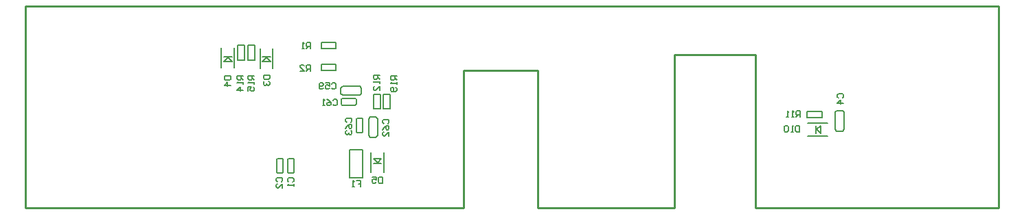
<source format=gbo>
%FSLAX25Y25*%
%MOIN*%
G70*
G01*
G75*
G04 Layer_Color=32896*
%ADD10R,0.03150X0.05906*%
%ADD11R,0.07087X0.07874*%
%ADD12R,0.07087X0.03937*%
%ADD13R,0.02362X0.02362*%
%ADD14R,0.01654X0.05315*%
%ADD15R,0.05512X0.07480*%
%ADD16R,0.01200X0.01800*%
%ADD17R,0.02756X0.03347*%
%ADD18R,0.10236X0.10236*%
%ADD19R,0.01200X0.03400*%
%ADD20R,0.03400X0.01200*%
%ADD21O,0.02362X0.08661*%
%ADD22C,0.08000*%
%ADD23C,0.01500*%
%ADD24C,0.02000*%
%ADD25C,0.01000*%
%ADD26C,0.01200*%
%ADD27C,0.00800*%
%ADD28C,0.04000*%
%ADD29C,0.05000*%
%ADD30R,0.07218X0.03143*%
%ADD31R,0.03500X0.16700*%
%ADD32R,0.14100X0.03143*%
%ADD33R,0.13100X0.05000*%
%ADD34R,0.03800X0.29600*%
%ADD35R,0.05600X0.30100*%
%ADD36R,0.26100X0.04400*%
%ADD37R,0.18600X0.15300*%
%ADD38C,0.19685*%
%ADD39C,0.08661*%
%ADD40C,0.03228*%
%ADD41C,0.03000*%
%ADD42C,0.02000*%
%ADD43C,0.04000*%
%ADD44R,0.05315X0.02559*%
%ADD45R,0.02362X0.02362*%
%ADD46R,0.03347X0.02756*%
%ADD47R,0.05118X0.03937*%
%ADD48R,0.02559X0.05315*%
%ADD49C,0.03000*%
%ADD50R,0.12464X0.03143*%
%ADD51R,0.13939X0.02900*%
%ADD52R,0.02800X0.15100*%
%ADD53C,0.00600*%
%ADD54C,0.02362*%
%ADD55C,0.00984*%
%ADD56C,0.01969*%
%ADD57C,0.00500*%
%ADD58C,0.00787*%
%ADD59R,0.03950X0.06706*%
%ADD60R,0.07887X0.08674*%
%ADD61R,0.07887X0.04737*%
%ADD62R,0.03162X0.03162*%
%ADD63R,0.02454X0.06115*%
%ADD64R,0.06312X0.08280*%
%ADD65R,0.02000X0.02600*%
%ADD66R,0.03556X0.04147*%
%ADD67R,0.11236X0.11236*%
%ADD68R,0.02200X0.04400*%
%ADD69R,0.04400X0.02200*%
%ADD70O,0.03162X0.09461*%
%ADD71C,0.20485*%
%ADD72C,0.09461*%
%ADD73C,0.04028*%
%ADD74C,0.03800*%
%ADD75R,0.06115X0.03359*%
%ADD76R,0.03162X0.03162*%
%ADD77R,0.04147X0.03556*%
%ADD78R,0.05918X0.04737*%
%ADD79R,0.03359X0.06115*%
D25*
X354331Y-98425D02*
X472441D01*
X248700D02*
X314900D01*
X0D02*
Y0D01*
X472441D01*
X0Y-98425D02*
X212598D01*
X472441D02*
Y0D01*
X212598Y-98425D02*
Y-31496D01*
X212500D02*
X248700D01*
Y-98425D02*
Y-31496D01*
X354331Y-98425D02*
Y-23622D01*
X314900D02*
X354331D01*
X314900Y-98425D02*
Y-23622D01*
D57*
X120150Y-30400D02*
Y-20700D01*
X115000Y-24800D02*
X118937D01*
X115000Y-27162D02*
X118937D01*
X116969Y-25194D02*
X118937Y-27162D01*
X115000D02*
X116969Y-25194D01*
X113850Y-30400D02*
Y-20700D01*
X101450Y-30200D02*
Y-20500D01*
X96300Y-24600D02*
X100237D01*
X96300Y-26962D02*
X100237D01*
X98269Y-24994D02*
X100237Y-26962D01*
X96300D02*
X98269Y-24994D01*
X95150Y-30200D02*
Y-20500D01*
X106275Y-26248D02*
Y-19161D01*
X103125Y-26248D02*
Y-19161D01*
X106275D01*
X103125Y-26248D02*
X106275D01*
X111275D02*
Y-19161D01*
X108125Y-26248D02*
Y-19161D01*
X111275D01*
X108125Y-26248D02*
X111275D01*
X143710Y-20879D02*
X150797D01*
X143710Y-17729D02*
X150797D01*
Y-20879D02*
Y-17729D01*
X143710Y-20879D02*
Y-17729D01*
X143542Y-31454D02*
X150628D01*
X143542Y-28304D02*
X150628D01*
Y-31454D02*
Y-28304D01*
X143542Y-31454D02*
Y-28304D01*
X153913Y-39235D02*
X162181D01*
X162969Y-42778D02*
Y-40022D01*
X153126Y-42778D02*
Y-40022D01*
X153913Y-43565D02*
X162181D01*
X153126Y-42778D02*
X153913Y-43565D01*
X153126Y-40022D02*
X153913Y-39235D01*
X162181D02*
X162969Y-40022D01*
X162181Y-43565D02*
X162969Y-42778D01*
X153425Y-47881D02*
X153819Y-48275D01*
X153425Y-47881D02*
X153425D01*
Y-45519D02*
X153819Y-45125D01*
X153425Y-45519D02*
X153425D01*
X160118Y-48275D02*
X160512Y-47881D01*
X160512D01*
X160118Y-45125D02*
X160512Y-45519D01*
Y-45519D02*
Y-45519D01*
X153819Y-45125D02*
X160118D01*
X153425Y-47881D02*
Y-45519D01*
X153819Y-48275D02*
X160118D01*
X160512Y-47881D02*
Y-45519D01*
X153819Y-48275D02*
Y-48275D01*
X172175Y-50012D02*
Y-42925D01*
X169025Y-50012D02*
Y-42925D01*
X172175D01*
X169025Y-50012D02*
X172175D01*
X176975Y-50112D02*
Y-43025D01*
X173825Y-50112D02*
Y-43025D01*
X176975D01*
X173825Y-50112D02*
X176975D01*
X163281Y-61712D02*
X163675Y-61318D01*
X163281Y-61712D02*
Y-61712D01*
X160525Y-61318D02*
X160919Y-61712D01*
Y-61712D02*
Y-61712D01*
X163281Y-54625D02*
X163675Y-55019D01*
X163281Y-54625D02*
Y-54625D01*
X160525Y-55019D02*
X160919Y-54625D01*
X160919D01*
X160525Y-61318D02*
Y-55019D01*
X160919Y-61712D02*
X163281D01*
X163675Y-61318D02*
Y-55019D01*
X160919Y-54625D02*
X163281D01*
X163675Y-61318D02*
X163675D01*
X170865Y-63187D02*
Y-54919D01*
X167322Y-63974D02*
X170078D01*
X167322Y-54132D02*
X170078D01*
X166535Y-63187D02*
Y-54919D01*
X167322Y-54132D01*
X170078D02*
X170865Y-54919D01*
X170078Y-63974D02*
X170865Y-63187D01*
X166535D02*
X167322Y-63974D01*
X124681Y-81412D02*
X125075Y-81018D01*
X124681Y-81412D02*
Y-81412D01*
X121925Y-81018D02*
X122319Y-81412D01*
Y-81412D02*
Y-81412D01*
X124681Y-74325D02*
X125075Y-74719D01*
X124681Y-74325D02*
Y-74325D01*
X121925Y-74719D02*
X122319Y-74325D01*
X122319D01*
X121925Y-81018D02*
Y-74719D01*
X122319Y-81412D02*
X124681D01*
X125075Y-81018D02*
Y-74719D01*
X122319Y-74325D02*
X124681D01*
X125075Y-81018D02*
X125075D01*
X129981Y-81412D02*
X130375Y-81018D01*
X129981Y-81412D02*
Y-81412D01*
X127225Y-81018D02*
X127619Y-81412D01*
Y-81412D02*
Y-81412D01*
X129981Y-74325D02*
X130375Y-74719D01*
X129981Y-74325D02*
Y-74325D01*
X127225Y-74719D02*
X127619Y-74325D01*
X127619D01*
X127225Y-81018D02*
Y-74719D01*
X127619Y-81412D02*
X129981D01*
X130375Y-81018D02*
Y-74719D01*
X127619Y-74325D02*
X129981D01*
X130375Y-81018D02*
X130375D01*
X157350Y-83630D02*
X163650D01*
X157350Y-70244D02*
X163650D01*
X163650Y-82646D02*
X163650D01*
X157350Y-83630D02*
Y-70244D01*
X163650Y-83630D02*
Y-70244D01*
X173950Y-81000D02*
Y-71300D01*
X170832Y-76506D02*
X172800Y-74538D01*
X168863D02*
X170832Y-76506D01*
X168863Y-74538D02*
X172800D01*
X168863Y-76900D02*
X172800D01*
X167650Y-81000D02*
Y-71300D01*
X393035Y-60181D02*
Y-51913D01*
X393822Y-51126D02*
X396578D01*
X393822Y-60969D02*
X396578D01*
X397365Y-60181D02*
Y-51913D01*
X396578Y-60969D02*
X397365Y-60181D01*
X393035D02*
X393822Y-60969D01*
X393035Y-51913D02*
X393822Y-51126D01*
X396578D02*
X397365Y-51913D01*
X379488Y-54575D02*
X386575D01*
X379488Y-51425D02*
X386575D01*
Y-54575D02*
Y-51425D01*
X379488Y-54575D02*
Y-51425D01*
X379500Y-57050D02*
X389200D01*
X383600Y-62200D02*
Y-58263D01*
X385962Y-62200D02*
Y-58263D01*
X383994Y-60232D02*
X385962Y-58263D01*
X383994Y-60232D02*
X385962Y-62200D01*
X379500Y-63350D02*
X389200D01*
X180300Y-34100D02*
X177301D01*
Y-35599D01*
X177801Y-36099D01*
X178800D01*
X179300Y-35599D01*
Y-34100D01*
Y-35100D02*
X180300Y-36099D01*
Y-37099D02*
Y-38099D01*
Y-37599D01*
X177301D01*
X177801Y-37099D01*
X179800Y-39598D02*
X180300Y-40098D01*
Y-41098D01*
X179800Y-41598D01*
X177801D01*
X177301Y-41098D01*
Y-40098D01*
X177801Y-39598D01*
X178301D01*
X178800Y-40098D01*
Y-41598D01*
X111000Y-34000D02*
X108001D01*
Y-35500D01*
X108501Y-35999D01*
X109501D01*
X110000Y-35500D01*
Y-34000D01*
Y-35000D02*
X111000Y-35999D01*
Y-36999D02*
Y-37999D01*
Y-37499D01*
X108001D01*
X108501Y-36999D01*
X108001Y-41498D02*
Y-39498D01*
X109501D01*
X109001Y-40498D01*
Y-40998D01*
X109501Y-41498D01*
X110500D01*
X111000Y-40998D01*
Y-39998D01*
X110500Y-39498D01*
X105700Y-34000D02*
X102701D01*
Y-35500D01*
X103201Y-35999D01*
X104200D01*
X104700Y-35500D01*
Y-34000D01*
Y-35000D02*
X105700Y-35999D01*
Y-36999D02*
Y-37999D01*
Y-37499D01*
X102701D01*
X103201Y-36999D01*
X105700Y-40998D02*
X102701D01*
X104200Y-39498D01*
Y-41498D01*
X171900Y-33700D02*
X168901D01*
Y-35199D01*
X169401Y-35699D01*
X170401D01*
X170900Y-35199D01*
Y-33700D01*
Y-34700D02*
X171900Y-35699D01*
Y-36699D02*
Y-37699D01*
Y-37199D01*
X168901D01*
X169401Y-36699D01*
X171900Y-41198D02*
Y-39198D01*
X169901Y-41198D01*
X169401D01*
X168901Y-40698D01*
Y-39698D01*
X169401Y-39198D01*
X375900Y-54100D02*
Y-51101D01*
X374400D01*
X373901Y-51601D01*
Y-52601D01*
X374400Y-53100D01*
X375900D01*
X374900D02*
X373901Y-54100D01*
X372901D02*
X371901D01*
X372401D01*
Y-51101D01*
X372901Y-51601D01*
X370402Y-54100D02*
X369402D01*
X369902D01*
Y-51101D01*
X370402Y-51601D01*
X138300Y-31600D02*
Y-28601D01*
X136801D01*
X136301Y-29101D01*
Y-30101D01*
X136801Y-30600D01*
X138300D01*
X137300D02*
X136301Y-31600D01*
X133302D02*
X135301D01*
X133302Y-29601D01*
Y-29101D01*
X133801Y-28601D01*
X134801D01*
X135301Y-29101D01*
X138200Y-20800D02*
Y-17801D01*
X136700D01*
X136201Y-18301D01*
Y-19300D01*
X136700Y-19800D01*
X138200D01*
X137200D02*
X136201Y-20800D01*
X135201D02*
X134201D01*
X134701D01*
Y-17801D01*
X135201Y-18301D01*
X160601Y-85101D02*
X162600D01*
Y-86601D01*
X161600D01*
X162600D01*
Y-88100D01*
X159601D02*
X158601D01*
X159101D01*
Y-85101D01*
X159601Y-85601D01*
X375800Y-58401D02*
Y-61400D01*
X374301D01*
X373801Y-60900D01*
Y-58901D01*
X374301Y-58401D01*
X375800D01*
X372801Y-61400D02*
X371801D01*
X372301D01*
Y-58401D01*
X372801Y-58901D01*
X370302D02*
X369802Y-58401D01*
X368802D01*
X368302Y-58901D01*
Y-60900D01*
X368802Y-61400D01*
X369802D01*
X370302Y-60900D01*
Y-58901D01*
X96601Y-34200D02*
X99600D01*
Y-35699D01*
X99100Y-36199D01*
X97101D01*
X96601Y-35699D01*
Y-34200D01*
X99600Y-38699D02*
X96601D01*
X98101Y-37199D01*
Y-39198D01*
X115501Y-33600D02*
X118500D01*
Y-35100D01*
X118000Y-35599D01*
X116001D01*
X115501Y-35100D01*
Y-33600D01*
X116001Y-36599D02*
X115501Y-37099D01*
Y-38099D01*
X116001Y-38598D01*
X116501D01*
X117000Y-38099D01*
Y-37599D01*
Y-38099D01*
X117500Y-38598D01*
X118000D01*
X118500Y-38099D01*
Y-37099D01*
X118000Y-36599D01*
X155901Y-56699D02*
X155401Y-56200D01*
Y-55200D01*
X155901Y-54700D01*
X157900D01*
X158400Y-55200D01*
Y-56200D01*
X157900Y-56699D01*
X155401Y-59698D02*
X155901Y-58699D01*
X156901Y-57699D01*
X157900D01*
X158400Y-58199D01*
Y-59199D01*
X157900Y-59698D01*
X157400D01*
X156901Y-59199D01*
Y-57699D01*
X155901Y-60698D02*
X155401Y-61198D01*
Y-62198D01*
X155901Y-62697D01*
X156401D01*
X156901Y-62198D01*
Y-61698D01*
Y-62198D01*
X157400Y-62697D01*
X157900D01*
X158400Y-62198D01*
Y-61198D01*
X157900Y-60698D01*
X173901Y-57399D02*
X173401Y-56899D01*
Y-55900D01*
X173901Y-55400D01*
X175900D01*
X176400Y-55900D01*
Y-56899D01*
X175900Y-57399D01*
X173401Y-60398D02*
X173901Y-59399D01*
X174900Y-58399D01*
X175900D01*
X176400Y-58899D01*
Y-59899D01*
X175900Y-60398D01*
X175400D01*
X174900Y-59899D01*
Y-58399D01*
X176400Y-63397D02*
Y-61398D01*
X174401Y-63397D01*
X173901D01*
X173401Y-62898D01*
Y-61898D01*
X173901Y-61398D01*
X149201Y-46001D02*
X149700Y-45501D01*
X150700D01*
X151200Y-46001D01*
Y-48000D01*
X150700Y-48500D01*
X149700D01*
X149201Y-48000D01*
X146202Y-45501D02*
X147201Y-46001D01*
X148201Y-47001D01*
Y-48000D01*
X147701Y-48500D01*
X146701D01*
X146202Y-48000D01*
Y-47500D01*
X146701Y-47001D01*
X148201D01*
X145202Y-48500D02*
X144202D01*
X144702D01*
Y-45501D01*
X145202Y-46001D01*
X148501Y-38001D02*
X149001Y-37501D01*
X150000D01*
X150500Y-38001D01*
Y-40000D01*
X150000Y-40500D01*
X149001D01*
X148501Y-40000D01*
X145502Y-37501D02*
X147501D01*
Y-39000D01*
X146501Y-38501D01*
X146001D01*
X145502Y-39000D01*
Y-40000D01*
X146001Y-40500D01*
X147001D01*
X147501Y-40000D01*
X144502D02*
X144002Y-40500D01*
X143002D01*
X142503Y-40000D01*
Y-38001D01*
X143002Y-37501D01*
X144002D01*
X144502Y-38001D01*
Y-38501D01*
X144002Y-39000D01*
X142503D01*
X394501Y-44799D02*
X394001Y-44300D01*
Y-43300D01*
X394501Y-42800D01*
X396500D01*
X397000Y-43300D01*
Y-44300D01*
X396500Y-44799D01*
X397000Y-47299D02*
X394001D01*
X395500Y-45799D01*
Y-47798D01*
X122301Y-85599D02*
X121801Y-85100D01*
Y-84100D01*
X122301Y-83600D01*
X124300D01*
X124800Y-84100D01*
Y-85100D01*
X124300Y-85599D01*
X124800Y-88598D02*
Y-86599D01*
X122801Y-88598D01*
X122301D01*
X121801Y-88099D01*
Y-87099D01*
X122301Y-86599D01*
X127801Y-85799D02*
X127301Y-85299D01*
Y-84300D01*
X127801Y-83800D01*
X129800D01*
X130300Y-84300D01*
Y-85299D01*
X129800Y-85799D01*
X130300Y-86799D02*
Y-87799D01*
Y-87299D01*
X127301D01*
X127801Y-86799D01*
X173200Y-83301D02*
Y-86300D01*
X171701D01*
X171201Y-85800D01*
Y-83801D01*
X171701Y-83301D01*
X173200D01*
X168202D02*
X170201D01*
Y-84800D01*
X169201Y-84301D01*
X168701D01*
X168202Y-84800D01*
Y-85800D01*
X168701Y-86300D01*
X169701D01*
X170201Y-85800D01*
M02*

</source>
